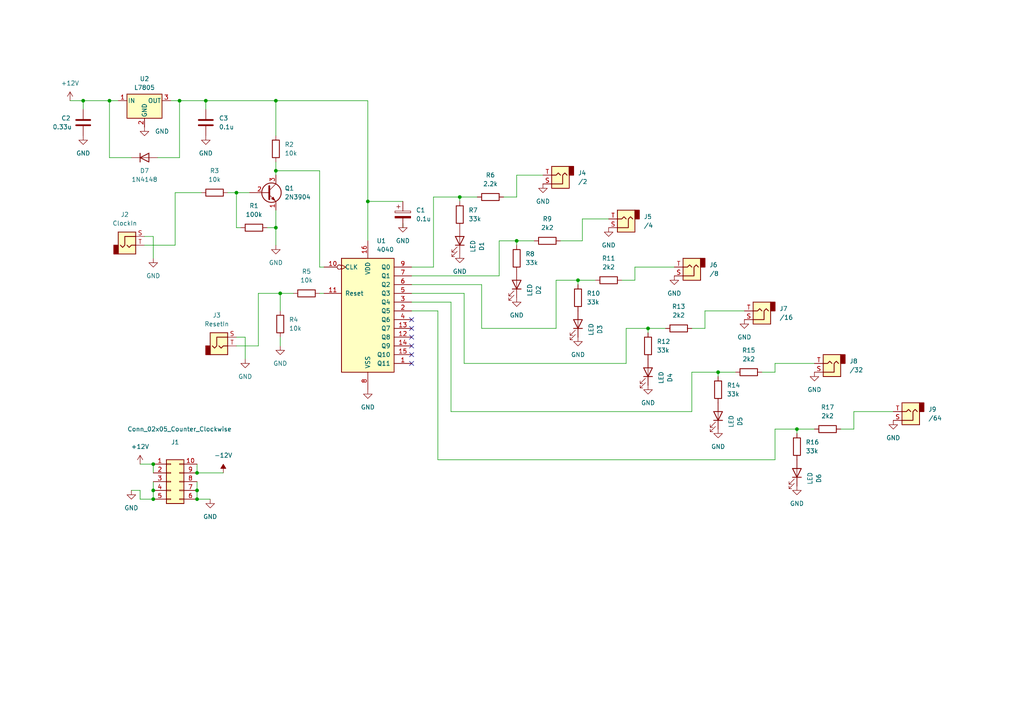
<source format=kicad_sch>
(kicad_sch (version 20230121) (generator eeschema)
  (paper "A4")
  (lib_symbols
    (symbol "4xxx:4040" (pin_names (offset 1.016))
      (property "Reference" "U" (at -7.62 16.51 0))
      (property "Value" "4040" (at -7.62 -19.05 0))
      (symbol "4040_1_0"
        (pin output line (at 12.7 -15.24 180) (length 5.08) (name "Q11") (number "1"))
        (pin input inverted_clock (at -12.7 12.7 0) (length 5.08) (name "CLK") (number "10"))
        (pin input line (at -12.7 5.08 0) (length 5.08) (name "Reset") (number "11"))
        (pin output line (at 12.7 -7.62 180) (length 5.08) (name "Q8") (number "12"))
        (pin output line (at 12.7 -5.08 180) (length 5.08) (name "Q7") (number "13"))
        (pin output line (at 12.7 -10.16 180) (length 5.08) (name "Q9") (number "14"))
        (pin output line (at 12.7 -12.7 180) (length 5.08) (name "Q10") (number "15"))
        (pin power_in line (at 0 20.32 270) (length 5.08) (name "VDD") (number "16"))
        (pin output line (at 12.7 0 180) (length 5.08) (name "Q5") (number "2"))
        (pin output line (at 12.7 2.54 180) (length 5.08) (name "Q4") (number "3"))
        (pin output line (at 12.7 -2.54 180) (length 5.08) (name "Q6") (number "4"))
        (pin output line (at 12.7 5.08 180) (length 5.08) (name "Q3") (number "5"))
        (pin output line (at 12.7 7.62 180) (length 5.08) (name "Q2") (number "6"))
        (pin output line (at 12.7 10.16 180) (length 5.08) (name "Q1") (number "7"))
        (pin power_in line (at 0 -22.86 90) (length 5.08) (name "VSS") (number "8"))
        (pin output line (at 12.7 12.7 180) (length 5.08) (name "Q0") (number "9"))
      )
      (symbol "4040_1_1"
        (rectangle (start -7.62 15.24) (end 7.62 -17.78) (stroke (width 0.254)) (fill (type background)))
      )
    )
    (symbol "Connector_Audio:AudioJack2"
      (property "Reference" "J" (at 0 8.89 0))
      (property "Value" "AudioJack2" (at 0 6.35 0))
      (symbol "AudioJack2_0_1"
        (rectangle (start -3.81 0) (end -2.54 -2.54) (stroke (width 0.254)) (fill (type outline)))
        (rectangle (start -2.54 3.81) (end 2.54 -2.54) (stroke (width 0.254)) (fill (type background)))
        (polyline (pts (xy 0 0) (xy 0.635 -0.635) (xy 1.27 0) (xy 2.54 0)) (stroke (width 0.254)))
        (polyline (pts (xy 2.54 2.54) (xy -0.635 2.54) (xy -0.635 0) (xy -1.27 -0.635) (xy -1.905 0)) (stroke (width 0.254)))
      )
      (symbol "AudioJack2_1_1"
        (pin passive line (at 5.08 2.54 180) (length 2.54) (name "~") (number "S"))
        (pin passive line (at 5.08 0 180) (length 2.54) (name "~") (number "T"))
      )
    )
    (symbol "Connector_Generic:Conn_02x05_Counter_Clockwise" (pin_names (offset 1.016) hide)
      (property "Reference" "J" (at 1.27 7.62 0))
      (property "Value" "Conn_02x05_Counter_Clockwise" (at 1.27 -7.62 0))
      (symbol "Conn_02x05_Counter_Clockwise_1_1"
        (rectangle (start -1.27 -4.953) (end 0 -5.207) (stroke (width 0.1524)))
        (rectangle (start -1.27 -2.413) (end 0 -2.667) (stroke (width 0.1524)))
        (rectangle (start -1.27 0.127) (end 0 -0.127) (stroke (width 0.1524)))
        (rectangle (start -1.27 2.667) (end 0 2.413) (stroke (width 0.1524)))
        (rectangle (start -1.27 5.207) (end 0 4.953) (stroke (width 0.1524)))
        (rectangle (start -1.27 6.35) (end 3.81 -6.35) (stroke (width 0.254)) (fill (type background)))
        (rectangle (start 3.81 -4.953) (end 2.54 -5.207) (stroke (width 0.1524)))
        (rectangle (start 3.81 -2.413) (end 2.54 -2.667) (stroke (width 0.1524)))
        (rectangle (start 3.81 0.127) (end 2.54 -0.127) (stroke (width 0.1524)))
        (rectangle (start 3.81 2.667) (end 2.54 2.413) (stroke (width 0.1524)))
        (rectangle (start 3.81 5.207) (end 2.54 4.953) (stroke (width 0.1524)))
        (pin passive line (at -5.08 5.08 0) (length 3.81) (name "Pin_1") (number "1"))
        (pin passive line (at 7.62 5.08 180) (length 3.81) (name "Pin_10") (number "10"))
        (pin passive line (at -5.08 2.54 0) (length 3.81) (name "Pin_2") (number "2"))
        (pin passive line (at -5.08 0 0) (length 3.81) (name "Pin_3") (number "3"))
        (pin passive line (at -5.08 -2.54 0) (length 3.81) (name "Pin_4") (number "4"))
        (pin passive line (at -5.08 -5.08 0) (length 3.81) (name "Pin_5") (number "5"))
        (pin passive line (at 7.62 -5.08 180) (length 3.81) (name "Pin_6") (number "6"))
        (pin passive line (at 7.62 -2.54 180) (length 3.81) (name "Pin_7") (number "7"))
        (pin passive line (at 7.62 0 180) (length 3.81) (name "Pin_8") (number "8"))
        (pin passive line (at 7.62 2.54 180) (length 3.81) (name "Pin_9") (number "9"))
      )
    )
    (symbol "Device:C" (pin_numbers hide) (pin_names (offset 0.254))
      (property "Reference" "C" (at 0.635 2.54 0))
      (property "Value" "C" (at 0.635 -2.54 0))
      (symbol "C_0_1"
        (polyline (pts (xy -2.032 -0.762) (xy 2.032 -0.762)) (stroke (width 0.508)))
        (polyline (pts (xy -2.032 0.762) (xy 2.032 0.762)) (stroke (width 0.508)))
      )
      (symbol "C_1_1"
        (pin passive line (at 0 3.81 270) (length 2.794) (name "~") (number "1"))
        (pin passive line (at 0 -3.81 90) (length 2.794) (name "~") (number "2"))
      )
    )
    (symbol "Device:C_Polarized" (pin_numbers hide) (pin_names (offset 0.254))
      (property "Reference" "C" (at 0.635 2.54 0))
      (property "Value" "C_Polarized" (at 0.635 -2.54 0))
      (symbol "C_Polarized_0_1"
        (rectangle (start -2.286 0.508) (end 2.286 1.016))
        (polyline (pts (xy -1.778 2.286) (xy -0.762 2.286)))
        (polyline (pts (xy -1.27 2.794) (xy -1.27 1.778)))
        (rectangle (start 2.286 -0.508) (end -2.286 -1.016) (fill (type outline)))
      )
      (symbol "C_Polarized_1_1"
        (pin passive line (at 0 3.81 270) (length 2.794) (name "~") (number "1"))
        (pin passive line (at 0 -3.81 90) (length 2.794) (name "~") (number "2"))
      )
    )
    (symbol "Device:LED" (pin_numbers hide) (pin_names (offset 1.016) hide)
      (property "Reference" "D" (at 0 2.54 0))
      (property "Value" "LED" (at 0 -2.54 0))
      (symbol "LED_0_1"
        (polyline (pts (xy -1.27 -1.27) (xy -1.27 1.27)) (stroke (width 0.254)))
        (polyline (pts (xy -1.27 0) (xy 1.27 0)))
        (polyline (pts (xy 1.27 -1.27) (xy 1.27 1.27) (xy -1.27 0) (xy 1.27 -1.27)) (stroke (width 0.254)))
        (polyline (pts (xy -3.048 -0.762) (xy -4.572 -2.286) (xy -3.81 -2.286) (xy -4.572 -2.286) (xy -4.572 -1.524)))
        (polyline (pts (xy -1.778 -0.762) (xy -3.302 -2.286) (xy -2.54 -2.286) (xy -3.302 -2.286) (xy -3.302 -1.524)))
      )
      (symbol "LED_1_1"
        (pin passive line (at -3.81 0 0) (length 2.54) (name "K") (number "1"))
        (pin passive line (at 3.81 0 180) (length 2.54) (name "A") (number "2"))
      )
    )
    (symbol "Device:R" (pin_numbers hide) (pin_names (offset 0))
      (property "Reference" "R" (at 2.032 0 90))
      (property "Value" "R" (at 0 0 90))
      (symbol "R_0_1"
        (rectangle (start -1.016 -2.54) (end 1.016 2.54) (stroke (width 0.254)))
      )
      (symbol "R_1_1"
        (pin passive line (at 0 3.81 270) (length 1.27) (name "~") (number "1"))
        (pin passive line (at 0 -3.81 90) (length 1.27) (name "~") (number "2"))
      )
    )
    (symbol "Diode:1N4148" (pin_numbers hide) (pin_names hide)
      (property "Reference" "D" (at 0 2.54 0))
      (property "Value" "1N4148" (at 0 -2.54 0))
      (symbol "1N4148_0_1"
        (polyline (pts (xy -1.27 1.27) (xy -1.27 -1.27)) (stroke (width 0.254)))
        (polyline (pts (xy 1.27 0) (xy -1.27 0)))
        (polyline (pts (xy 1.27 1.27) (xy 1.27 -1.27) (xy -1.27 0) (xy 1.27 1.27)) (stroke (width 0.254)))
      )
      (symbol "1N4148_1_1"
        (pin passive line (at -3.81 0 0) (length 2.54) (name "K") (number "1"))
        (pin passive line (at 3.81 0 180) (length 2.54) (name "A") (number "2"))
      )
    )
    (symbol "Regulator_Linear:L7805" (pin_names (offset 0.254))
      (property "Reference" "U" (at -3.81 3.175 0))
      (property "Value" "L7805" (at 0 3.175 0))
      (symbol "L7805_0_1"
        (rectangle (start -5.08 1.905) (end 5.08 -5.08) (stroke (width 0.254)) (fill (type background)))
      )
      (symbol "L7805_1_1"
        (pin power_in line (at -7.62 0 0) (length 2.54) (name "IN") (number "1"))
        (pin power_in line (at 0 -7.62 90) (length 2.54) (name "GND") (number "2"))
        (pin power_out line (at 7.62 0 180) (length 2.54) (name "OUT") (number "3"))
      )
    )
    (symbol "Transistor_BJT:2N3904" (pin_names (offset 0) hide)
      (property "Reference" "Q" (at 5.08 1.905 0))
      (property "Value" "2N3904" (at 5.08 0 0))
      (symbol "2N3904_0_1"
        (polyline (pts (xy 0.635 0.635) (xy 2.54 2.54)))
        (polyline (pts (xy 0.635 -0.635) (xy 2.54 -2.54) (xy 2.54 -2.54)))
        (polyline (pts (xy 0.635 1.905) (xy 0.635 -1.905) (xy 0.635 -1.905)) (stroke (width 0.508)))
        (polyline (pts (xy 1.27 -1.778) (xy 1.778 -1.27) (xy 2.286 -2.286) (xy 1.27 -1.778) (xy 1.27 -1.778)) (fill (type outline)))
        (circle (center 1.27 0) (radius 2.8194) (stroke (width 0.254)))
      )
      (symbol "2N3904_1_1"
        (pin passive line (at 2.54 -5.08 90) (length 2.54) (name "E") (number "1"))
        (pin passive line (at -5.08 0 0) (length 5.715) (name "B") (number "2"))
        (pin passive line (at 2.54 5.08 270) (length 2.54) (name "C") (number "3"))
      )
    )
    (symbol "power:+12V" (power) (pin_names (offset 0))
      (property "Value" "+12V" (at 0 3.556 0))
      (symbol "+12V_0_1"
        (polyline (pts (xy -0.762 1.27) (xy 0 2.54)))
        (polyline (pts (xy 0 0) (xy 0 2.54)))
        (polyline (pts (xy 0 2.54) (xy 0.762 1.27)))
      )
      (symbol "+12V_1_1"
        (pin power_in line (at 0 0 90) (length 0) hide (name "+12V") (number "1"))
      )
    )
    (symbol "power:-12V" (power) (pin_names (offset 0))
      (property "Value" "-12V" (at 0 3.81 0))
      (symbol "-12V_0_0"
        (pin power_in line (at 0 0 90) (length 0) hide (name "-12V") (number "1"))
      )
      (symbol "-12V_0_1"
        (polyline (pts (xy 0 0) (xy 0 1.27) (xy 0.762 1.27) (xy 0 2.54) (xy -0.762 1.27) (xy 0 1.27)) (fill (type outline)))
      )
    )
    (symbol "power:GND" (power) (pin_names (offset 0))
      (property "Value" "GND" (at 0 -3.81 0))
      (symbol "GND_0_1"
        (polyline (pts (xy 0 0) (xy 0 -1.27) (xy 1.27 -1.27) (xy 0 -2.54) (xy -1.27 -1.27) (xy 0 -1.27)))
      )
      (symbol "GND_1_1"
        (pin power_in line (at 0 0 270) (length 0) hide (name "GND") (number "1"))
      )
    )
  )
  (junction (at 59.69 29.21))
  (junction (at 44.45 142.24))
  (junction (at 52.07 29.21))
  (junction (at 149.86 69.85))
  (junction (at 24.13 29.21))
  (junction (at 80.01 29.21))
  (junction (at 208.28 107.95))
  (junction (at 68.58 55.88))
  (junction (at 31.75 29.21))
  (junction (at 231.14 124.46))
  (junction (at 44.45 144.78))
  (junction (at 57.15 142.24))
  (junction (at 81.28 85.09))
  (junction (at 80.01 66.04))
  (junction (at 80.01 49.53))
  (junction (at 167.64 81.28))
  (junction (at 57.15 144.78))
  (junction (at 44.45 134.62))
  (junction (at 57.15 137.16))
  (junction (at 133.35 57.15))
  (junction (at 187.96 95.25))
  (junction (at 106.68 58.42))
  (no_connect (at 119.38 92.71))
  (no_connect (at 119.38 100.33))
  (no_connect (at 119.38 97.79))
  (no_connect (at 119.38 102.87))
  (no_connect (at 119.38 105.41))
  (no_connect (at 119.38 95.25))
  (wire (pts (xy 130.81 87.63) (xy 130.81 119.38)))
  (wire (pts (xy 176.53 63.5) (xy 168.91 63.5)))
  (wire (pts (xy 80.01 60.96) (xy 80.01 66.04)))
  (wire (pts (xy 81.28 97.79) (xy 81.28 100.33)))
  (wire (pts (xy 57.15 134.62) (xy 57.15 137.16)))
  (wire (pts (xy 119.38 90.17) (xy 127 90.17)))
  (wire (pts (xy 134.62 85.09) (xy 134.62 105.41)))
  (wire (pts (xy 69.85 66.04) (xy 68.58 66.04)))
  (wire (pts (xy 44.45 139.7) (xy 44.45 142.24)))
  (wire (pts (xy 146.05 57.15) (xy 149.86 57.15)))
  (wire (pts (xy 57.15 139.7) (xy 57.15 142.24)))
  (wire (pts (xy 224.79 105.41) (xy 224.79 107.95)))
  (wire (pts (xy 57.15 142.24) (xy 57.15 144.78)))
  (wire (pts (xy 208.28 107.95) (xy 213.36 107.95)))
  (wire (pts (xy 52.07 45.72) (xy 45.72 45.72)))
  (wire (pts (xy 24.13 29.21) (xy 24.13 31.75)))
  (wire (pts (xy 139.7 95.25) (xy 161.29 95.25)))
  (wire (pts (xy 68.58 55.88) (xy 66.04 55.88)))
  (wire (pts (xy 119.38 80.01) (xy 144.78 80.01)))
  (wire (pts (xy 220.98 107.95) (xy 224.79 107.95)))
  (wire (pts (xy 31.75 29.21) (xy 34.29 29.21)))
  (wire (pts (xy 215.9 90.17) (xy 204.47 90.17)))
  (wire (pts (xy 80.01 29.21) (xy 80.01 39.37)))
  (wire (pts (xy 116.84 64.77) (xy 116.84 66.04)))
  (wire (pts (xy 119.38 87.63) (xy 130.81 87.63)))
  (wire (pts (xy 247.65 119.38) (xy 247.65 124.46)))
  (wire (pts (xy 184.15 77.47) (xy 184.15 81.28)))
  (wire (pts (xy 168.91 63.5) (xy 168.91 69.85)))
  (wire (pts (xy 231.14 124.46) (xy 236.22 124.46)))
  (wire (pts (xy 127 90.17) (xy 127 133.35)))
  (wire (pts (xy 187.96 96.52) (xy 187.96 95.25)))
  (wire (pts (xy 57.15 144.78) (xy 60.96 144.78)))
  (wire (pts (xy 161.29 95.25) (xy 161.29 81.28)))
  (wire (pts (xy 68.58 66.04) (xy 68.58 55.88)))
  (wire (pts (xy 44.45 68.58) (xy 44.45 74.93)))
  (wire (pts (xy 92.71 49.53) (xy 92.71 77.47)))
  (wire (pts (xy 71.12 97.79) (xy 71.12 104.14)))
  (wire (pts (xy 92.71 85.09) (xy 93.98 85.09)))
  (wire (pts (xy 77.47 66.04) (xy 80.01 66.04)))
  (wire (pts (xy 52.07 29.21) (xy 59.69 29.21)))
  (wire (pts (xy 57.15 137.16) (xy 64.77 137.16)))
  (wire (pts (xy 31.75 45.72) (xy 31.75 29.21)))
  (wire (pts (xy 106.68 58.42) (xy 106.68 69.85)))
  (wire (pts (xy 80.01 49.53) (xy 80.01 50.8)))
  (wire (pts (xy 200.66 119.38) (xy 200.66 107.95)))
  (wire (pts (xy 133.35 57.15) (xy 138.43 57.15)))
  (wire (pts (xy 231.14 125.73) (xy 231.14 124.46)))
  (wire (pts (xy 208.28 109.22) (xy 208.28 107.95)))
  (wire (pts (xy 50.8 55.88) (xy 50.8 71.12)))
  (wire (pts (xy 162.56 69.85) (xy 168.91 69.85)))
  (wire (pts (xy 200.66 107.95) (xy 208.28 107.95)))
  (wire (pts (xy 119.38 77.47) (xy 125.73 77.47)))
  (wire (pts (xy 167.64 82.55) (xy 167.64 81.28)))
  (wire (pts (xy 38.1 142.24) (xy 40.64 142.24)))
  (wire (pts (xy 195.58 77.47) (xy 184.15 77.47)))
  (wire (pts (xy 74.93 85.09) (xy 81.28 85.09)))
  (wire (pts (xy 106.68 58.42) (xy 116.84 58.42)))
  (wire (pts (xy 59.69 31.75) (xy 59.69 29.21)))
  (wire (pts (xy 130.81 119.38) (xy 200.66 119.38)))
  (wire (pts (xy 81.28 90.17) (xy 81.28 85.09)))
  (wire (pts (xy 80.01 49.53) (xy 92.71 49.53)))
  (wire (pts (xy 52.07 29.21) (xy 52.07 45.72)))
  (wire (pts (xy 224.79 124.46) (xy 231.14 124.46)))
  (wire (pts (xy 133.35 58.42) (xy 133.35 57.15)))
  (wire (pts (xy 149.86 50.8) (xy 157.48 50.8)))
  (wire (pts (xy 204.47 90.17) (xy 204.47 95.25)))
  (wire (pts (xy 68.58 100.33) (xy 74.93 100.33)))
  (wire (pts (xy 139.7 82.55) (xy 139.7 95.25)))
  (wire (pts (xy 243.84 124.46) (xy 247.65 124.46)))
  (wire (pts (xy 149.86 71.12) (xy 149.86 69.85)))
  (wire (pts (xy 41.91 71.12) (xy 50.8 71.12)))
  (wire (pts (xy 81.28 85.09) (xy 85.09 85.09)))
  (wire (pts (xy 80.01 29.21) (xy 106.68 29.21)))
  (wire (pts (xy 80.01 46.99) (xy 80.01 49.53)))
  (wire (pts (xy 40.64 134.62) (xy 44.45 134.62)))
  (wire (pts (xy 106.68 29.21) (xy 106.68 58.42)))
  (wire (pts (xy 224.79 133.35) (xy 224.79 124.46)))
  (wire (pts (xy 149.86 69.85) (xy 154.94 69.85)))
  (wire (pts (xy 119.38 85.09) (xy 134.62 85.09)))
  (wire (pts (xy 38.1 45.72) (xy 31.75 45.72)))
  (wire (pts (xy 92.71 77.47) (xy 93.98 77.47)))
  (wire (pts (xy 181.61 95.25) (xy 187.96 95.25)))
  (wire (pts (xy 259.08 119.38) (xy 247.65 119.38)))
  (wire (pts (xy 144.78 80.01) (xy 144.78 69.85)))
  (wire (pts (xy 167.64 81.28) (xy 172.72 81.28)))
  (wire (pts (xy 50.8 55.88) (xy 58.42 55.88)))
  (wire (pts (xy 44.45 142.24) (xy 44.45 144.78)))
  (wire (pts (xy 125.73 57.15) (xy 133.35 57.15)))
  (wire (pts (xy 74.93 85.09) (xy 74.93 100.33)))
  (wire (pts (xy 24.13 29.21) (xy 31.75 29.21)))
  (wire (pts (xy 127 133.35) (xy 224.79 133.35)))
  (wire (pts (xy 68.58 97.79) (xy 71.12 97.79)))
  (wire (pts (xy 59.69 29.21) (xy 80.01 29.21)))
  (wire (pts (xy 80.01 66.04) (xy 80.01 71.12)))
  (wire (pts (xy 200.66 95.25) (xy 204.47 95.25)))
  (wire (pts (xy 41.91 68.58) (xy 44.45 68.58)))
  (wire (pts (xy 40.64 144.78) (xy 40.64 142.24)))
  (wire (pts (xy 144.78 69.85) (xy 149.86 69.85)))
  (wire (pts (xy 236.22 105.41) (xy 224.79 105.41)))
  (wire (pts (xy 68.58 55.88) (xy 72.39 55.88)))
  (wire (pts (xy 149.86 50.8) (xy 149.86 57.15)))
  (wire (pts (xy 187.96 95.25) (xy 193.04 95.25)))
  (wire (pts (xy 161.29 81.28) (xy 167.64 81.28)))
  (wire (pts (xy 134.62 105.41) (xy 181.61 105.41)))
  (wire (pts (xy 49.53 29.21) (xy 52.07 29.21)))
  (wire (pts (xy 44.45 144.78) (xy 40.64 144.78)))
  (wire (pts (xy 20.32 29.21) (xy 24.13 29.21)))
  (wire (pts (xy 180.34 81.28) (xy 184.15 81.28)))
  (wire (pts (xy 125.73 77.47) (xy 125.73 57.15)))
  (wire (pts (xy 181.61 105.41) (xy 181.61 95.25)))
  (wire (pts (xy 44.45 134.62) (xy 44.45 137.16)))
  (wire (pts (xy 119.38 82.55) (xy 139.7 82.55)))
  (symbol (lib_id "Device:R") (at 81.28 93.98 0) (unit 1)
    (property "Reference" "R4" (at 83.82 92.71 0) (effects (justify left)))
    (property "Value" "10k" (at 83.82 95.25 0) (effects (justify left)))
    (property "Footprint" "Resistor_THT:R_Axial_DIN0207_L6.3mm_D2.5mm_P10.16mm_Horizontal" (effects hide))
  )
  (symbol (lib_id "Connector_Audio:AudioJack2") (at 241.3 105.41 180) (unit 1)
    (property "Reference" "J8" (at 246.38 104.775 0) (effects (justify right)))
    (property "Value" "/32" (at 246.38 107.315 0) (effects (justify right)))
    (property "Footprint" "Connector_Audio:Jack_3.5mm_QingPu_WQP-PJ398SM_Vertical_CircularHoles" (effects hide))
  )
  (symbol (lib_id "4xxx:4040") (at 106.68 90.17 0) (unit 1)
    (property "Reference" "U1" (at 109.22 69.85 0) (effects (justify left)))
    (property "Value" "4040" (at 109.22 72.39 0) (effects (justify left)))
    (property "Footprint" "Package_DIP:DIP-16_W7.62mm" (effects hide))
    (property "Datasheet" "http://www.intersil.com/content/dam/Intersil/documents/cd40/cd4020bms-24bms-40bms.pdf" (effects hide))
  )
  (symbol (lib_id "Device:LED") (at 187.96 107.95 270) (mirror x) (unit 1)
    (property "Reference" "D4" (at 194.31 109.5375 0))
    (property "Value" "LED" (at 191.77 109.5375 0))
    (property "Footprint" "LED_THT:LED_D3.0mm" (effects hide))
  )
  (symbol (lib_id "power:GND") (at 176.53 66.04 0) (unit 1)
    (property "Reference" "#PWR028" (effects hide))
    (property "Value" "GND" (at 176.53 71.12 0))
  )
  (symbol (lib_id "power:GND") (at 44.45 74.93 0) (unit 1)
    (property "Reference" "#PWR021" (effects hide))
    (property "Value" "GND" (at 44.45 80.01 0))
  )
  (symbol (lib_id "Device:R") (at 167.64 86.36 0) (unit 1)
    (property "Reference" "R10" (at 170.18 85.09 0) (effects (justify left)))
    (property "Value" "33k" (at 170.18 87.63 0) (effects (justify left)))
    (property "Footprint" "Resistor_THT:R_Axial_DIN0207_L6.3mm_D2.5mm_P10.16mm_Horizontal" (effects hide))
  )
  (symbol (lib_id "Transistor_BJT:2N3904") (at 77.47 55.88 0) (unit 1)
    (property "Reference" "Q1" (at 82.55 54.61 0) (effects (justify left)))
    (property "Value" "2N3904" (at 82.55 57.15 0) (effects (justify left)))
    (property "Footprint" "Package_TO_SOT_THT:TO-92_Inline" (effects hide))
    (property "Datasheet" "https://www.onsemi.com/pub/Collateral/2N3903-D.PDF" (effects hide))
  )
  (symbol (lib_id "Connector_Generic:Conn_02x05_Counter_Clockwise") (at 49.53 139.7 0) (unit 1)
    (property "Reference" "J1" (at 50.8 128.27 0))
    (property "Value" "Conn_02x05_Counter_Clockwise" (at 52.07 124.46 0))
    (property "Footprint" "Connector_PinHeader_2.54mm:PinHeader_2x05_P2.54mm_Vertical" (effects hide))
  )
  (symbol (lib_id "Device:R") (at 231.14 129.54 0) (unit 1)
    (property "Reference" "R16" (at 233.68 128.27 0) (effects (justify left)))
    (property "Value" "33k" (at 233.68 130.81 0) (effects (justify left)))
    (property "Footprint" "Resistor_THT:R_Axial_DIN0207_L6.3mm_D2.5mm_P10.16mm_Horizontal" (effects hide))
  )
  (symbol (lib_id "Device:R") (at 62.23 55.88 270) (unit 1)
    (property "Reference" "R3" (at 62.23 49.53 90))
    (property "Value" "10k" (at 62.23 52.07 90))
    (property "Footprint" "Resistor_THT:R_Axial_DIN0207_L6.3mm_D2.5mm_P10.16mm_Horizontal" (effects hide))
  )
  (symbol (lib_id "Connector_Audio:AudioJack2") (at 63.5 100.33 0) (unit 1)
    (property "Reference" "J3" (at 62.865 91.44 0))
    (property "Value" "ResetIn" (at 62.865 93.98 0))
    (property "Footprint" "Connector_Audio:Jack_3.5mm_QingPu_WQP-PJ398SM_Vertical_CircularHoles" (effects hide))
  )
  (symbol (lib_id "power:GND") (at 236.22 107.95 0) (unit 1)
    (property "Reference" "#PWR025" (effects hide))
    (property "Value" "GND" (at 236.22 113.03 0))
  )
  (symbol (lib_id "power:GND") (at 133.35 73.66 0) (unit 1)
    (property "Reference" "#PWR03" (effects hide))
    (property "Value" "GND" (at 133.35 78.74 0))
  )
  (symbol (lib_id "Connector_Audio:AudioJack2") (at 162.56 50.8 180) (unit 1)
    (property "Reference" "J4" (at 167.64 50.165 0) (effects (justify right)))
    (property "Value" "/2" (at 167.64 52.705 0) (effects (justify right)))
    (property "Footprint" "Connector_Audio:Jack_3.5mm_QingPu_WQP-PJ398SM_Vertical_CircularHoles" (effects hide))
  )
  (symbol (lib_id "power:GND") (at 24.13 39.37 0) (unit 1)
    (property "Reference" "#PWR013" (effects hide))
    (property "Value" "GND" (at 24.13 44.45 0))
  )
  (symbol (lib_id "power:GND") (at 215.9 92.71 0) (unit 1)
    (property "Reference" "#PWR026" (effects hide))
    (property "Value" "GND" (at 215.9 97.79 0))
  )
  (symbol (lib_id "Connector_Audio:AudioJack2") (at 36.83 71.12 0) (unit 1)
    (property "Reference" "J2" (at 36.195 62.23 0))
    (property "Value" "ClockIn" (at 36.195 64.77 0))
    (property "Footprint" "Connector_Audio:Jack_3.5mm_QingPu_WQP-PJ398SM_Vertical_CircularHoles" (effects hide))
  )
  (symbol (lib_id "power:GND") (at 187.96 111.76 0) (unit 1)
    (property "Reference" "#PWR06" (effects hide))
    (property "Value" "GND" (at 187.96 116.84 0))
  )
  (symbol (lib_id "power:GND") (at 41.91 36.83 0) (unit 1)
    (property "Reference" "#PWR012" (effects hide))
    (property "Value" "GND" (at 46.99 38.1 0))
  )
  (symbol (lib_id "Device:C") (at 24.13 35.56 0) (unit 1)
    (property "Reference" "C2" (at 17.78 34.29 0) (effects (justify left)))
    (property "Value" "0.33u" (at 15.24 36.83 0) (effects (justify left)))
    (property "Footprint" "Capacitor_THT:C_Disc_D5.0mm_W2.5mm_P2.50mm" (effects hide))
  )
  (symbol (lib_id "Device:R") (at 187.96 100.33 0) (unit 1)
    (property "Reference" "R12" (at 190.5 99.06 0) (effects (justify left)))
    (property "Value" "33k" (at 190.5 101.6 0) (effects (justify left)))
    (property "Footprint" "Resistor_THT:R_Axial_DIN0207_L6.3mm_D2.5mm_P10.16mm_Horizontal" (effects hide))
  )
  (symbol (lib_id "Regulator_Linear:L7805") (at 41.91 29.21 0) (unit 1)
    (property "Reference" "U2" (at 41.91 22.86 0))
    (property "Value" "L7805" (at 41.91 25.4 0))
    (property "Footprint" "Package_TO_SOT_THT:TO-220-3_Horizontal_TabDown" (effects hide))
    (property "Datasheet" "http://www.st.com/content/ccc/resource/technical/document/datasheet/41/4f/b3/b0/12/d4/47/88/CD00000444.pdf/files/CD00000444.pdf/jcr:content/translations/en.CD00000444.pdf" (effects hide))
  )
  (symbol (lib_id "Device:LED") (at 167.64 93.98 270) (mirror x) (unit 1)
    (property "Reference" "D3" (at 173.99 95.5675 0))
    (property "Value" "LED" (at 171.45 95.5675 0))
    (property "Footprint" "LED_THT:LED_D3.0mm" (effects hide))
  )
  (symbol (lib_id "power:GND") (at 81.28 100.33 0) (unit 1)
    (property "Reference" "#PWR014" (effects hide))
    (property "Value" "GND" (at 81.28 105.41 0))
  )
  (symbol (lib_id "power:GND") (at 116.84 64.77 0) (unit 1)
    (property "Reference" "#PWR010" (effects hide))
    (property "Value" "GND" (at 116.84 69.85 0))
  )
  (symbol (lib_id "Device:R") (at 176.53 81.28 270) (unit 1)
    (property "Reference" "R11" (at 176.53 74.93 90))
    (property "Value" "2k2" (at 176.53 77.47 90))
    (property "Footprint" "Resistor_THT:R_Axial_DIN0207_L6.3mm_D2.5mm_P10.16mm_Horizontal" (effects hide))
  )
  (symbol (lib_id "Device:R") (at 142.24 57.15 270) (unit 1)
    (property "Reference" "R6" (at 142.24 50.8 90))
    (property "Value" "2.2k" (at 142.24 53.34 90))
    (property "Footprint" "Resistor_THT:R_Axial_DIN0207_L6.3mm_D2.5mm_P10.16mm_Horizontal" (effects hide))
  )
  (symbol (lib_id "Connector_Audio:AudioJack2") (at 200.66 77.47 180) (unit 1)
    (property "Reference" "J6" (at 205.74 76.835 0) (effects (justify right)))
    (property "Value" "/8" (at 205.74 79.375 0) (effects (justify right)))
    (property "Footprint" "Connector_Audio:Jack_3.5mm_QingPu_WQP-PJ398SM_Vertical_CircularHoles" (effects hide))
  )
  (symbol (lib_id "power:GND") (at 259.08 121.92 0) (unit 1)
    (property "Reference" "#PWR024" (effects hide))
    (property "Value" "GND" (at 259.08 127 0))
  )
  (symbol (lib_id "power:+12V") (at 40.64 134.62 0) (unit 1)
    (property "Reference" "#PWR019" (effects hide))
    (property "Value" "+12V" (at 40.64 129.54 0))
  )
  (symbol (lib_id "power:-12V") (at 64.77 137.16 0) (unit 1)
    (property "Reference" "#PWR020" (effects hide))
    (property "Value" "-12V" (at 64.77 132.08 0))
  )
  (symbol (lib_id "power:GND") (at 195.58 80.01 0) (unit 1)
    (property "Reference" "#PWR027" (effects hide))
    (property "Value" "GND" (at 195.58 85.09 0))
  )
  (symbol (lib_id "power:GND") (at 208.28 124.46 0) (unit 1)
    (property "Reference" "#PWR07" (effects hide))
    (property "Value" "GND" (at 208.28 129.54 0))
  )
  (symbol (lib_id "power:GND") (at 157.48 53.34 0) (unit 1)
    (property "Reference" "#PWR029" (effects hide))
    (property "Value" "GND" (at 157.48 58.42 0))
  )
  (symbol (lib_id "power:GND") (at 80.01 71.12 0) (unit 1)
    (property "Reference" "#PWR02" (effects hide))
    (property "Value" "GND" (at 80.01 76.2 0))
  )
  (symbol (lib_id "Device:C") (at 59.69 35.56 0) (unit 1)
    (property "Reference" "C3" (at 63.5 34.29 0) (effects (justify left)))
    (property "Value" "0.1u" (at 63.5 36.83 0) (effects (justify left)))
    (property "Footprint" "Capacitor_THT:C_Disc_D5.0mm_W2.5mm_P2.50mm" (effects hide))
  )
  (symbol (lib_id "power:GND") (at 149.86 86.36 0) (unit 1)
    (property "Reference" "#PWR04" (effects hide))
    (property "Value" "GND" (at 149.86 91.44 0))
  )
  (symbol (lib_id "Device:R") (at 80.01 43.18 0) (unit 1)
    (property "Reference" "R2" (at 82.55 41.91 0) (effects (justify left)))
    (property "Value" "10k" (at 82.55 44.45 0) (effects (justify left)))
    (property "Footprint" "Resistor_THT:R_Axial_DIN0207_L6.3mm_D2.5mm_P10.16mm_Horizontal" (effects hide))
  )
  (symbol (lib_id "Device:R") (at 208.28 113.03 0) (unit 1)
    (property "Reference" "R14" (at 210.82 111.76 0) (effects (justify left)))
    (property "Value" "33k" (at 210.82 114.3 0) (effects (justify left)))
    (property "Footprint" "Resistor_THT:R_Axial_DIN0207_L6.3mm_D2.5mm_P10.16mm_Horizontal" (effects hide))
  )
  (symbol (lib_id "Device:R") (at 88.9 85.09 270) (unit 1)
    (property "Reference" "R5" (at 88.9 78.74 90))
    (property "Value" "10k" (at 88.9 81.28 90))
    (property "Footprint" "Resistor_THT:R_Axial_DIN0207_L6.3mm_D2.5mm_P10.16mm_Horizontal" (effects hide))
  )
  (symbol (lib_id "Device:R") (at 217.17 107.95 270) (unit 1)
    (property "Reference" "R15" (at 217.17 101.6 90))
    (property "Value" "2k2" (at 217.17 104.14 90))
    (property "Footprint" "Resistor_THT:R_Axial_DIN0207_L6.3mm_D2.5mm_P10.16mm_Horizontal" (effects hide))
  )
  (symbol (lib_id "Device:R") (at 196.85 95.25 270) (unit 1)
    (property "Reference" "R13" (at 196.85 88.9 90))
    (property "Value" "2k2" (at 196.85 91.44 90))
    (property "Footprint" "Resistor_THT:R_Axial_DIN0207_L6.3mm_D2.5mm_P10.16mm_Horizontal" (effects hide))
  )
  (symbol (lib_id "power:GND") (at 60.96 144.78 0) (unit 1)
    (property "Reference" "#PWR018" (effects hide))
    (property "Value" "GND" (at 60.96 149.86 0))
  )
  (symbol (lib_id "Connector_Audio:AudioJack2") (at 264.16 119.38 180) (unit 1)
    (property "Reference" "J9" (at 269.24 118.745 0) (effects (justify right)))
    (property "Value" "/64" (at 269.24 121.285 0) (effects (justify right)))
    (property "Footprint" "Connector_Audio:Jack_3.5mm_QingPu_WQP-PJ398SM_Vertical_CircularHoles" (effects hide))
  )
  (symbol (lib_id "Device:LED") (at 208.28 120.65 270) (mirror x) (unit 1)
    (property "Reference" "D5" (at 214.63 122.2375 0))
    (property "Value" "LED" (at 212.09 122.2375 0))
    (property "Footprint" "LED_THT:LED_D3.0mm" (effects hide))
  )
  (symbol (lib_id "power:GND") (at 231.14 140.97 0) (unit 1)
    (property "Reference" "#PWR08" (effects hide))
    (property "Value" "GND" (at 231.14 146.05 0))
  )
  (symbol (lib_id "power:+12V") (at 20.32 29.21 0) (unit 1)
    (property "Reference" "#PWR011" (effects hide))
    (property "Value" "+12V" (at 20.32 24.13 0))
  )
  (symbol (lib_id "Device:C_Polarized") (at 116.84 62.23 0) (unit 1)
    (property "Reference" "C1" (at 120.65 60.96 0) (effects (justify left)))
    (property "Value" "0.1u" (at 120.65 63.5 0) (effects (justify left)))
    (property "Footprint" "Capacitor_THT:CP_Radial_D5.0mm_P2.50mm" (effects hide))
  )
  (symbol (lib_id "Connector_Audio:AudioJack2") (at 220.98 90.17 180) (unit 1)
    (property "Reference" "J7" (at 226.06 89.535 0) (effects (justify right)))
    (property "Value" "/16" (at 226.06 92.075 0) (effects (justify right)))
    (property "Footprint" "Connector_Audio:Jack_3.5mm_QingPu_WQP-PJ398SM_Vertical_CircularHoles" (effects hide))
  )
  (symbol (lib_id "power:GND") (at 59.69 39.37 0) (unit 1)
    (property "Reference" "#PWR015" (effects hide))
    (property "Value" "GND" (at 59.69 44.45 0))
  )
  (symbol (lib_id "Device:R") (at 133.35 62.23 0) (unit 1)
    (property "Reference" "R7" (at 135.89 60.96 0) (effects (justify left)))
    (property "Value" "33k" (at 135.89 63.5 0) (effects (justify left)))
    (property "Footprint" "Resistor_THT:R_Axial_DIN0207_L6.3mm_D2.5mm_P10.16mm_Horizontal" (effects hide))
  )
  (symbol (lib_id "Device:R") (at 73.66 66.04 270) (unit 1)
    (property "Reference" "R1" (at 73.66 59.69 90))
    (property "Value" "100k" (at 73.66 62.23 90))
    (property "Footprint" "Resistor_THT:R_Axial_DIN0207_L6.3mm_D2.5mm_P10.16mm_Horizontal" (effects hide))
  )
  (symbol (lib_id "Device:R") (at 240.03 124.46 270) (unit 1)
    (property "Reference" "R17" (at 240.03 118.11 90))
    (property "Value" "2k2" (at 240.03 120.65 90))
    (property "Footprint" "Resistor_THT:R_Axial_DIN0207_L6.3mm_D2.5mm_P10.16mm_Horizontal" (effects hide))
  )
  (symbol (lib_id "Device:R") (at 158.75 69.85 270) (unit 1)
    (property "Reference" "R9" (at 158.75 63.5 90))
    (property "Value" "2k2" (at 158.75 66.04 90))
    (property "Footprint" "Resistor_THT:R_Axial_DIN0207_L6.3mm_D2.5mm_P10.16mm_Horizontal" (effects hide))
  )
  (symbol (lib_id "Device:R") (at 149.86 74.93 0) (unit 1)
    (property "Reference" "R8" (at 152.4 73.66 0) (effects (justify left)))
    (property "Value" "33k" (at 152.4 76.2 0) (effects (justify left)))
    (property "Footprint" "Resistor_THT:R_Axial_DIN0207_L6.3mm_D2.5mm_P10.16mm_Horizontal" (effects hide))
  )
  (symbol (lib_id "power:GND") (at 71.12 104.14 0) (unit 1)
    (property "Reference" "#PWR022" (effects hide))
    (property "Value" "GND" (at 71.12 109.22 0))
  )
  (symbol (lib_id "Device:LED") (at 231.14 137.16 270) (mirror x) (unit 1)
    (property "Reference" "D6" (at 237.49 138.7475 0))
    (property "Value" "LED" (at 234.95 138.7475 0))
    (property "Footprint" "LED_THT:LED_D3.0mm" (effects hide))
  )
  (symbol (lib_id "Diode:1N4148") (at 41.91 45.72 0) (unit 1)
    (property "Reference" "D7" (at 41.91 49.53 0))
    (property "Value" "1N4148" (at 41.91 52.07 0))
    (property "Footprint" "Diode_THT:D_DO-35_SOD27_P7.62mm_Horizontal" (effects hide))
    (property "Datasheet" "https://assets.nexperia.com/documents/data-sheet/1N4148_1N4448.pdf" (effects hide))
    (property "Sim.Device" "D" (effects hide))
    (property "Sim.Pins" "1=K 2=A" (effects hide))
  )
  (symbol (lib_id "power:GND") (at 38.1 142.24 0) (unit 1)
    (property "Reference" "#PWR09" (effects hide))
    (property "Value" "GND" (at 38.1 147.32 0))
  )
  (symbol (lib_id "Connector_Audio:AudioJack2") (at 181.61 63.5 180) (unit 1)
    (property "Reference" "J5" (at 186.69 62.865 0) (effects (justify right)))
    (property "Value" "/4" (at 186.69 65.405 0) (effects (justify right)))
    (property "Footprint" "Connector_Audio:Jack_3.5mm_QingPu_WQP-PJ398SM_Vertical_CircularHoles" (effects hide))
  )
  (symbol (lib_id "Device:LED") (at 133.35 69.85 270) (mirror x) (unit 1)
    (property "Reference" "D1" (at 139.7 71.4375 0))
    (property "Value" "LED" (at 137.16 71.4375 0))
    (property "Footprint" "LED_THT:LED_D3.0mm" (effects hide))
  )
  (symbol (lib_id "Device:LED") (at 149.86 82.55 270) (mirror x) (unit 1)
    (property "Reference" "D2" (at 156.21 84.1375 0))
    (property "Value" "LED" (at 153.67 84.1375 0))
    (property "Footprint" "LED_THT:LED_D3.0mm" (effects hide))
  )
  (symbol (lib_id "power:GND") (at 167.64 97.79 0) (unit 1)
    (property "Reference" "#PWR05" (effects hide))
    (property "Value" "GND" (at 167.64 102.87 0))
  )
  (symbol (lib_id "power:GND") (at 106.68 113.03 0) (unit 1)
    (property "Reference" "#PWR01" (effects hide))
    (property "Value" "GND" (at 106.68 118.11 0))
  )
)
</source>
